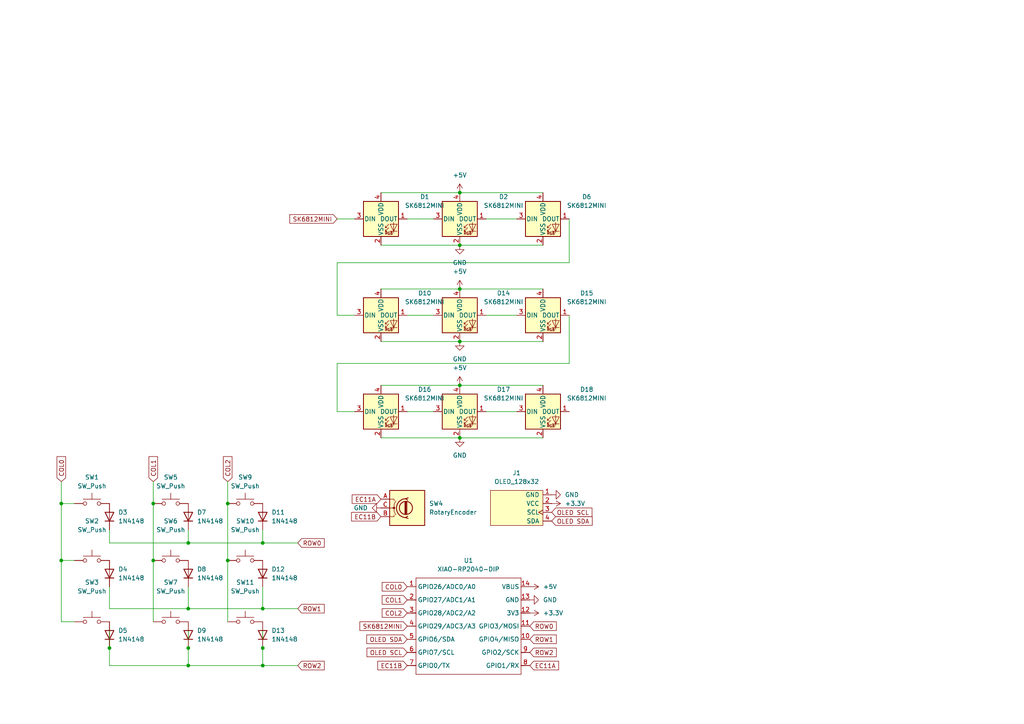
<source format=kicad_sch>
(kicad_sch (version 20250114) (generator "eeschema") (generator_version "9.0")
  (paper "A4")
  (lib_symbols
    (symbol "Device:RotaryEncoder" (pin_names (offset 0.254) (hide yes))
      (property "Reference" "SW" (at 0 6.604 0))
      (property "Value" "RotaryEncoder" (at 0 -6.604 0))
      (symbol "RotaryEncoder_0_1"
        (rectangle (start -5.08 5.08) (end 5.08 -5.08) (stroke (width 0.254)) (fill (type background)))
        (polyline (pts (xy -5.08 2.54) (xy -3.81 2.54) (xy -3.81 2.032)))
        (polyline (pts (xy -5.08 0) (xy -3.81 0) (xy -3.81 -1.016) (xy -3.302 -2.032)))
        (polyline (pts (xy -5.08 -2.54) (xy -3.81 -2.54) (xy -3.81 -2.032)))
        (polyline (pts (xy -4.318 0) (xy -3.81 0) (xy -3.81 1.016) (xy -3.302 2.032)))
        (circle (center -3.81 0) (radius 0.254) (fill (type outline)))
        (polyline (pts (xy -0.635 -1.778) (xy -0.635 1.778)) (stroke (width 0.254)))
        (circle (center -0.381 0) (radius 1.905) (stroke (width 0.254)))
        (polyline (pts (xy -0.381 -1.778) (xy -0.381 1.778)) (stroke (width 0.254)))
        (arc (start -0.381 -2.794) (mid -3.0988 -0.0635) (end -0.381 2.667) (stroke (width 0.254)))
        (polyline (pts (xy -0.127 1.778) (xy -0.127 -1.778)) (stroke (width 0.254)))
        (polyline (pts (xy 0.254 2.921) (xy -0.508 2.667) (xy 0.127 2.286)) (stroke (width 0.254)))
        (polyline (pts (xy 0.254 -3.048) (xy -0.508 -2.794) (xy 0.127 -2.413)) (stroke (width 0.254)))
      )
      (symbol "RotaryEncoder_1_1"
        (pin passive line (at -7.62 2.54 0) (length 2.54) (name "A") (number "A"))
        (pin passive line (at -7.62 0 0) (length 2.54) (name "C") (number "C"))
        (pin passive line (at -7.62 -2.54 0) (length 2.54) (name "B") (number "B"))
      )
    )
    (symbol "Diode:1N4148" (pin_numbers (hide yes)) (pin_names (hide yes))
      (property "Reference" "D" (at 0 2.54 0))
      (property "Value" "1N4148" (at 0 -2.54 0))
      (symbol "1N4148_0_1"
        (polyline (pts (xy -1.27 1.27) (xy -1.27 -1.27)) (stroke (width 0.254)))
        (polyline (pts (xy 1.27 1.27) (xy 1.27 -1.27) (xy -1.27 0) (xy 1.27 1.27)) (stroke (width 0.254)))
        (polyline (pts (xy 1.27 0) (xy -1.27 0)))
      )
      (symbol "1N4148_1_1"
        (pin passive line (at -3.81 0 0) (length 2.54) (name "K") (number "1"))
        (pin passive line (at 3.81 0 180) (length 2.54) (name "A") (number "2"))
      )
    )
    (symbol "LED:SK6812MINI" (pin_names (offset 0.254))
      (property "Reference" "D" (at 5.08 5.715 0))
      (property "Value" "SK6812MINI" (at 1.27 -5.715 0))
      (symbol "SK6812MINI_0_0"
        (text "RGB" (at 2.286 -4.191 0) (effects (font (size 0.762 0.762))))
      )
      (symbol "SK6812MINI_0_1"
        (polyline (pts (xy 1.27 -2.54) (xy 1.778 -2.54)))
        (polyline (pts (xy 1.27 -3.556) (xy 1.778 -3.556)))
        (polyline (pts (xy 2.286 -1.524) (xy 1.27 -2.54) (xy 1.27 -2.032)))
        (polyline (pts (xy 2.286 -2.54) (xy 1.27 -3.556) (xy 1.27 -3.048)))
        (polyline (pts (xy 3.683 -1.016) (xy 3.683 -3.556) (xy 3.683 -4.064)))
        (polyline (pts (xy 4.699 -1.524) (xy 2.667 -1.524) (xy 3.683 -3.556) (xy 4.699 -1.524)))
        (polyline (pts (xy 4.699 -3.556) (xy 2.667 -3.556)))
        (rectangle (start 5.08 5.08) (end -5.08 -5.08) (stroke (width 0.254)) (fill (type background)))
      )
      (symbol "SK6812MINI_1_1"
        (pin input line (at -7.62 0 0) (length 2.54) (name "DIN") (number "3"))
        (pin power_in line (at 0 7.62 270) (length 2.54) (name "VDD") (number "4"))
        (pin power_in line (at 0 -7.62 90) (length 2.54) (name "VSS") (number "2"))
        (pin output line (at 7.62 0 180) (length 2.54) (name "DOUT") (number "1"))
      )
    )
    (symbol "OPL:XIAO-RP2040-DIP"
      (property "Reference" "U" (at 0 0 0))
      (property "Value" "XIAO-RP2040-DIP" (at 5.334 -1.778 0))
      (symbol "XIAO-RP2040-DIP_1_0"
        (polyline (pts (xy -1.27 -2.54) (xy 29.21 -2.54)) (stroke (width 0.1524)))
        (polyline (pts (xy -1.27 -5.08) (xy -2.54 -5.08)) (stroke (width 0.1524)))
        (polyline (pts (xy -1.27 -5.08) (xy -1.27 -2.54)) (stroke (width 0.1524)))
        (polyline (pts (xy -1.27 -8.89) (xy -2.54 -8.89)) (stroke (width 0.1524)))
        (polyline (pts (xy -1.27 -8.89) (xy -1.27 -5.08)) (stroke (width 0.1524)))
        (polyline (pts (xy -1.27 -12.7) (xy -2.54 -12.7)) (stroke (width 0.1524)))
        (polyline (pts (xy -1.27 -12.7) (xy -1.27 -8.89)) (stroke (width 0.1524)))
        (polyline (pts (xy -1.27 -16.51) (xy -2.54 -16.51)) (stroke (width 0.1524)))
        (polyline (pts (xy -1.27 -16.51) (xy -1.27 -12.7)) (stroke (width 0.1524)))
        (polyline (pts (xy -1.27 -20.32) (xy -2.54 -20.32)) (stroke (width 0.1524)))
        (polyline (pts (xy -1.27 -24.13) (xy -2.54 -24.13)) (stroke (width 0.1524)))
        (polyline (pts (xy -1.27 -27.94) (xy -2.54 -27.94)) (stroke (width 0.1524)))
        (polyline (pts (xy -1.27 -30.48) (xy -1.27 -16.51)) (stroke (width 0.1524)))
        (polyline (pts (xy 29.21 -2.54) (xy 29.21 -5.08)) (stroke (width 0.1524)))
        (polyline (pts (xy 29.21 -5.08) (xy 29.21 -8.89)) (stroke (width 0.1524)))
        (polyline (pts (xy 29.21 -8.89) (xy 29.21 -12.7)) (stroke (width 0.1524)))
        (polyline (pts (xy 29.21 -12.7) (xy 29.21 -30.48)) (stroke (width 0.1524)))
        (polyline (pts (xy 29.21 -30.48) (xy -1.27 -30.48)) (stroke (width 0.1524)))
        (polyline (pts (xy 30.48 -5.08) (xy 29.21 -5.08)) (stroke (width 0.1524)))
        (polyline (pts (xy 30.48 -8.89) (xy 29.21 -8.89)) (stroke (width 0.1524)))
        (polyline (pts (xy 30.48 -12.7) (xy 29.21 -12.7)) (stroke (width 0.1524)))
        (polyline (pts (xy 30.48 -16.51) (xy 29.21 -16.51)) (stroke (width 0.1524)))
        (polyline (pts (xy 30.48 -20.32) (xy 29.21 -20.32)) (stroke (width 0.1524)))
        (polyline (pts (xy 30.48 -24.13) (xy 29.21 -24.13)) (stroke (width 0.1524)))
        (polyline (pts (xy 30.48 -27.94) (xy 29.21 -27.94)) (stroke (width 0.1524)))
        (pin passive line (at -3.81 -5.08 0) (length 2.54) (name "GPIO26/ADC0/A0") (number "1"))
        (pin passive line (at -3.81 -8.89 0) (length 2.54) (name "GPIO27/ADC1/A1") (number "2"))
        (pin passive line (at -3.81 -12.7 0) (length 2.54) (name "GPIO28/ADC2/A2") (number "3"))
        (pin passive line (at -3.81 -16.51 0) (length 2.54) (name "GPIO29/ADC3/A3") (number "4"))
        (pin passive line (at -3.81 -20.32 0) (length 2.54) (name "GPIO6/SDA") (number "5"))
        (pin passive line (at -3.81 -24.13 0) (length 2.54) (name "GPIO7/SCL") (number "6"))
        (pin passive line (at -3.81 -27.94 0) (length 2.54) (name "GPIO0/TX") (number "7"))
        (pin passive line (at 31.75 -5.08 180) (length 2.54) (name "VBUS") (number "14"))
        (pin passive line (at 31.75 -8.89 180) (length 2.54) (name "GND") (number "13"))
        (pin passive line (at 31.75 -12.7 180) (length 2.54) (name "3V3") (number "12"))
        (pin passive line (at 31.75 -16.51 180) (length 2.54) (name "GPIO3/MOSI") (number "11"))
        (pin passive line (at 31.75 -20.32 180) (length 2.54) (name "GPIO4/MISO") (number "10"))
        (pin passive line (at 31.75 -24.13 180) (length 2.54) (name "GPIO2/SCK") (number "9"))
        (pin passive line (at 31.75 -27.94 180) (length 2.54) (name "GPIO1/RX") (number "8"))
      )
    )
    (symbol "ScottKeebs:OLED_128x32" (pin_names (offset 1.016))
      (property "Reference" "J" (at 0 -6.35 0))
      (property "Value" "OLED_128x32" (at 0 6.35 0))
      (symbol "OLED_128x32_0_1"
        (rectangle (start 0 5.08) (end 15.24 -5.08) (fill (type background)))
      )
      (symbol "OLED_128x32_1_1"
        (pin bidirectional line (at -2.54 3.81 0) (length 2.54) (name "SDA") (number "4"))
        (pin input clock (at -2.54 1.27 0) (length 2.54) (name "SCL") (number "3"))
        (pin power_in line (at -2.54 -1.27 0) (length 2.54) (name "VCC") (number "2"))
        (pin power_in line (at -2.54 -3.81 0) (length 2.54) (name "GND") (number "1"))
      )
    )
    (symbol "Switch:SW_Push" (pin_numbers (hide yes)) (pin_names (offset 1.016) (hide yes))
      (property "Reference" "SW" (at 1.27 2.54 0))
      (property "Value" "SW_Push" (at 0 -1.524 0))
      (symbol "SW_Push_0_1"
        (circle (center -2.032 0) (radius 0.508))
        (polyline (pts (xy 0 1.27) (xy 0 3.048)))
        (circle (center 2.032 0) (radius 0.508))
        (polyline (pts (xy 2.54 1.27) (xy -2.54 1.27)))
        (pin passive line (at -5.08 0 0) (length 2.54) (name "1") (number "1"))
        (pin passive line (at 5.08 0 180) (length 2.54) (name "2") (number "2"))
      )
    )
    (symbol "power:+3.3V" (power) (pin_numbers (hide yes)) (pin_names (offset 0) (hide yes))
      (property "Value" "+3.3V" (at 0 3.556 0))
      (symbol "+3.3V_0_1"
        (polyline (pts (xy -0.762 1.27) (xy 0 2.54)))
        (polyline (pts (xy 0 2.54) (xy 0.762 1.27)))
        (polyline (pts (xy 0 0) (xy 0 2.54)))
      )
      (symbol "+3.3V_1_1"
        (pin power_in line (at 0 0 90) (length 0) (name "~") (number "1"))
      )
    )
    (symbol "power:+5V" (power) (pin_numbers (hide yes)) (pin_names (offset 0) (hide yes))
      (property "Value" "+5V" (at 0 3.556 0))
      (symbol "+5V_0_1"
        (polyline (pts (xy -0.762 1.27) (xy 0 2.54)))
        (polyline (pts (xy 0 2.54) (xy 0.762 1.27)))
        (polyline (pts (xy 0 0) (xy 0 2.54)))
      )
      (symbol "+5V_1_1"
        (pin power_in line (at 0 0 90) (length 0) (name "~") (number "1"))
      )
    )
    (symbol "power:GND" (power) (pin_numbers (hide yes)) (pin_names (offset 0) (hide yes))
      (property "Value" "GND" (at 0 -3.81 0))
      (symbol "GND_0_1"
        (polyline (pts (xy 0 0) (xy 0 -1.27) (xy 1.27 -1.27) (xy 0 -2.54) (xy -1.27 -1.27) (xy 0 -1.27)))
      )
      (symbol "GND_1_1"
        (pin power_in line (at 0 0 270) (length 0) (name "~") (number "1"))
      )
    )
  )
  (junction (at 17.78 162.56))
  (junction (at 76.2 193.04))
  (junction (at 133.35 83.82))
  (junction (at 66.04 146.05))
  (junction (at 31.75 187.96))
  (junction (at 76.2 187.96))
  (junction (at 54.61 187.96))
  (junction (at 133.35 71.12))
  (junction (at 76.2 157.48))
  (junction (at 54.61 157.48))
  (junction (at 54.61 193.04))
  (junction (at 17.78 146.05))
  (junction (at 54.61 176.53))
  (junction (at 133.35 111.76))
  (junction (at 66.04 162.56))
  (junction (at 76.2 176.53))
  (junction (at 44.45 162.56))
  (junction (at 133.35 99.06))
  (junction (at 44.45 146.05))
  (junction (at 133.35 127))
  (junction (at 133.35 55.88))
  (wire (pts (xy 118.11 119.38) (xy 125.73 119.38)))
  (wire (pts (xy 133.35 111.76) (xy 157.48 111.76)))
  (wire (pts (xy 76.2 157.48) (xy 86.36 157.48)))
  (wire (pts (xy 97.79 63.5) (xy 102.87 63.5)))
  (wire (pts (xy 76.2 170.18) (xy 76.2 176.53)))
  (wire (pts (xy 149.86 91.44) (xy 140.97 91.44)))
  (wire (pts (xy 76.2 182.88) (xy 76.2 187.96)))
  (wire (pts (xy 54.61 170.18) (xy 54.61 176.53)))
  (wire (pts (xy 17.78 146.05) (xy 21.59 146.05)))
  (wire (pts (xy 118.11 91.44) (xy 125.73 91.44)))
  (wire (pts (xy 66.04 146.05) (xy 66.04 162.56)))
  (wire (pts (xy 165.1 76.2) (xy 97.79 76.2)))
  (wire (pts (xy 44.45 162.56) (xy 44.45 180.34)))
  (wire (pts (xy 165.1 105.41) (xy 97.79 105.41)))
  (wire (pts (xy 31.75 187.96) (xy 31.75 193.04)))
  (wire (pts (xy 31.75 193.04) (xy 54.61 193.04)))
  (wire (pts (xy 133.35 127) (xy 157.48 127)))
  (wire (pts (xy 31.75 182.88) (xy 31.75 187.96)))
  (wire (pts (xy 54.61 153.67) (xy 54.61 157.48)))
  (wire (pts (xy 110.49 55.88) (xy 133.35 55.88)))
  (wire (pts (xy 54.61 157.48) (xy 76.2 157.48)))
  (wire (pts (xy 31.75 176.53) (xy 54.61 176.53)))
  (wire (pts (xy 110.49 111.76) (xy 133.35 111.76)))
  (wire (pts (xy 97.79 91.44) (xy 102.87 91.44)))
  (wire (pts (xy 97.79 119.38) (xy 102.87 119.38)))
  (wire (pts (xy 54.61 193.04) (xy 76.2 193.04)))
  (wire (pts (xy 17.78 162.56) (xy 17.78 180.34)))
  (wire (pts (xy 118.11 63.5) (xy 125.73 63.5)))
  (wire (pts (xy 97.79 105.41) (xy 97.79 119.38)))
  (wire (pts (xy 44.45 139.7) (xy 44.45 146.05)))
  (wire (pts (xy 149.86 63.5) (xy 140.97 63.5)))
  (wire (pts (xy 110.49 83.82) (xy 133.35 83.82)))
  (wire (pts (xy 17.78 146.05) (xy 17.78 162.56)))
  (wire (pts (xy 54.61 182.88) (xy 54.61 187.96)))
  (wire (pts (xy 76.2 187.96) (xy 76.2 193.04)))
  (wire (pts (xy 17.78 162.56) (xy 21.59 162.56)))
  (wire (pts (xy 149.86 119.38) (xy 140.97 119.38)))
  (wire (pts (xy 17.78 180.34) (xy 21.59 180.34)))
  (wire (pts (xy 110.49 127) (xy 133.35 127)))
  (wire (pts (xy 44.45 146.05) (xy 44.45 162.56)))
  (wire (pts (xy 66.04 139.7) (xy 66.04 146.05)))
  (wire (pts (xy 31.75 170.18) (xy 31.75 176.53)))
  (wire (pts (xy 76.2 193.04) (xy 86.36 193.04)))
  (wire (pts (xy 165.1 63.5) (xy 165.1 76.2)))
  (wire (pts (xy 31.75 153.67) (xy 31.75 157.48)))
  (wire (pts (xy 76.2 176.53) (xy 86.36 176.53)))
  (wire (pts (xy 133.35 83.82) (xy 157.48 83.82)))
  (wire (pts (xy 110.49 99.06) (xy 133.35 99.06)))
  (wire (pts (xy 66.04 162.56) (xy 66.04 180.34)))
  (wire (pts (xy 133.35 55.88) (xy 157.48 55.88)))
  (wire (pts (xy 110.49 71.12) (xy 133.35 71.12)))
  (wire (pts (xy 133.35 99.06) (xy 157.48 99.06)))
  (wire (pts (xy 97.79 76.2) (xy 97.79 91.44)))
  (wire (pts (xy 165.1 91.44) (xy 165.1 105.41)))
  (wire (pts (xy 31.75 157.48) (xy 54.61 157.48)))
  (wire (pts (xy 54.61 176.53) (xy 76.2 176.53)))
  (wire (pts (xy 17.78 139.7) (xy 17.78 146.05)))
  (wire (pts (xy 54.61 187.96) (xy 54.61 193.04)))
  (wire (pts (xy 76.2 153.67) (xy 76.2 157.48)))
  (wire (pts (xy 133.35 71.12) (xy 157.48 71.12)))
  (global_label "ROW2" (shape input) (at 86.36 193.04 0) (property "Intersheetrefs" "${INTERSHEET_REFS}" (effects (hide yes))))
  (global_label "COL2" (shape input) (at 118.11 177.8 180) (property "Intersheetrefs" "${INTERSHEET_REFS}" (effects (hide yes))))
  (global_label "ROW1" (shape input) (at 86.36 176.53 0) (property "Intersheetrefs" "${INTERSHEET_REFS}" (effects (hide yes))))
  (global_label "COL0" (shape input) (at 17.78 139.7 90) (property "Intersheetrefs" "${INTERSHEET_REFS}" (effects (hide yes))))
  (global_label "OLED SCL" (shape input) (at 118.11 189.23 180) (property "Intersheetrefs" "${INTERSHEET_REFS}" (effects (hide yes))))
  (global_label "COL2" (shape input) (at 66.04 139.7 90) (property "Intersheetrefs" "${INTERSHEET_REFS}" (effects (hide yes))))
  (global_label "SK6812MINI" (shape input) (at 118.11 181.61 180) (property "Intersheetrefs" "${INTERSHEET_REFS}" (effects (hide yes))))
  (global_label "COL0" (shape input) (at 118.11 170.18 180) (property "Intersheetrefs" "${INTERSHEET_REFS}" (effects (hide yes))))
  (global_label "ROW0" (shape input) (at 86.36 157.48 0) (property "Intersheetrefs" "${INTERSHEET_REFS}" (effects (hide yes))))
  (global_label "EC11B" (shape input) (at 118.11 193.04 180) (property "Intersheetrefs" "${INTERSHEET_REFS}" (effects (hide yes))))
  (global_label "ROW2" (shape input) (at 153.67 189.23 0) (property "Intersheetrefs" "${INTERSHEET_REFS}" (effects (hide yes))))
  (global_label "EC11A" (shape input) (at 153.67 193.04 0) (property "Intersheetrefs" "${INTERSHEET_REFS}" (effects (hide yes))))
  (global_label "OLED SDA" (shape input) (at 118.11 185.42 180) (property "Intersheetrefs" "${INTERSHEET_REFS}" (effects (hide yes))))
  (global_label "COL1" (shape input) (at 118.11 173.99 180) (property "Intersheetrefs" "${INTERSHEET_REFS}" (effects (hide yes))))
  (global_label "SK6812MINI" (shape input) (at 97.79 63.5 180) (property "Intersheetrefs" "${INTERSHEET_REFS}" (effects (hide yes))))
  (global_label "EC11B" (shape input) (at 110.49 149.86 180) (property "Intersheetrefs" "${INTERSHEET_REFS}" (effects (hide yes))))
  (global_label "EC11A" (shape input) (at 110.49 144.78 180) (property "Intersheetrefs" "${INTERSHEET_REFS}" (effects (hide yes))))
  (global_label "OLED SCL" (shape input) (at 160.02 148.59 0) (property "Intersheetrefs" "${INTERSHEET_REFS}" (effects (hide yes))))
  (global_label "OLED SDA" (shape input) (at 160.02 151.13 0) (property "Intersheetrefs" "${INTERSHEET_REFS}" (effects (hide yes))))
  (global_label "ROW1" (shape input) (at 153.67 185.42 0) (property "Intersheetrefs" "${INTERSHEET_REFS}" (effects (hide yes))))
  (global_label "COL1" (shape input) (at 44.45 139.7 90) (property "Intersheetrefs" "${INTERSHEET_REFS}" (effects (hide yes))))
  (global_label "ROW0" (shape input) (at 153.67 181.61 0) (property "Intersheetrefs" "${INTERSHEET_REFS}" (effects (hide yes))))
  (symbol (lib_id "Diode:1N4148") (at 76.2 166.37 90) (unit 1)
    (property "Reference" "D12" (at 78.74 165.0999 90) (effects (justify right)))
    (property "Value" "1N4148" (at 78.74 167.6399 90) (effects (justify right)))
    (property "Footprint" "Diode_THT:D_DO-35_SOD27_P7.62mm_Horizontal" (effects (hide yes)))
    (property "Datasheet" "https://assets.nexperia.com/documents/data-sheet/1N4148_1N4448.pdf" (effects (hide yes)))
    (property "Description" "100V 0.15A standard switching diode, DO-35" (effects (hide yes)))
    (property "Sim.Device" "D" (effects (hide yes)))
    (property "Sim.Pins" "1=K 2=A" (effects (hide yes)))
  )
  (symbol (lib_id "power:GND") (at 153.67 173.99 90) (unit 1)
    (property "Reference" "#PWR01" (effects (hide yes)))
    (property "Value" "GND" (at 157.48 173.9899 90) (effects (justify right)))
    (property "Description" "Power symbol creates a global label with name \"GND\" , ground" (effects (hide yes)))
  )
  (symbol (lib_id "LED:SK6812MINI") (at 157.48 119.38 0) (unit 1)
    (property "Reference" "D18" (at 170.18 112.9598 0))
    (property "Value" "SK6812MINI" (at 170.18 115.4998 0))
    (property "Footprint" "LED_SMD:LED_SK6812MINI_PLCC4_3.5x3.5mm_P1.75mm" (effects (hide yes)))
    (property "Datasheet" "https://cdn-shop.adafruit.com/product-files/2686/SK6812MINI_REV.01-1-2.pdf" (effects (hide yes)))
    (property "Description" "RGB LED with integrated controller" (effects (hide yes)))
  )
  (symbol (lib_id "power:+5V") (at 133.35 55.88 0) (unit 1)
    (property "Reference" "#PWR05" (effects (hide yes)))
    (property "Value" "+5V" (at 133.35 50.8 0))
    (property "Description" "Power symbol creates a global label with name \"+5V\"" (effects (hide yes)))
  )
  (symbol (lib_id "LED:SK6812MINI") (at 110.49 91.44 0) (unit 1)
    (property "Reference" "D10" (at 123.19 85.0198 0))
    (property "Value" "SK6812MINI" (at 123.19 87.5598 0))
    (property "Footprint" "LED_SMD:LED_SK6812MINI_PLCC4_3.5x3.5mm_P1.75mm" (effects (hide yes)))
    (property "Datasheet" "https://cdn-shop.adafruit.com/product-files/2686/SK6812MINI_REV.01-1-2.pdf" (effects (hide yes)))
    (property "Description" "RGB LED with integrated controller" (effects (hide yes)))
  )
  (symbol (lib_id "Diode:1N4148") (at 31.75 184.15 90) (unit 1)
    (property "Reference" "D5" (at 34.29 182.8799 90) (effects (justify right)))
    (property "Value" "1N4148" (at 34.29 185.4199 90) (effects (justify right)))
    (property "Footprint" "Diode_THT:D_DO-35_SOD27_P7.62mm_Horizontal" (effects (hide yes)))
    (property "Datasheet" "https://assets.nexperia.com/documents/data-sheet/1N4148_1N4448.pdf" (effects (hide yes)))
    (property "Description" "100V 0.15A standard switching diode, DO-35" (effects (hide yes)))
    (property "Sim.Device" "D" (effects (hide yes)))
    (property "Sim.Pins" "1=K 2=A" (effects (hide yes)))
  )
  (symbol (lib_id "ScottKeebs:OLED_128x32") (at 157.48 147.32 180) (unit 1)
    (property "Reference" "J1" (at 149.86 137.16 0))
    (property "Value" "OLED_128x32" (at 149.86 139.7 0))
    (property "Footprint" "OLED:SSD1306-0.91-OLED-4pin-128x32" (effects (hide yes)))
  )
  (symbol (lib_id "power:+3.3V") (at 160.02 146.05 270) (unit 1)
    (property "Reference" "#PWR010" (effects (hide yes)))
    (property "Value" "+3.3V" (at 163.83 146.0499 90) (effects (justify left)))
    (property "Description" "Power symbol creates a global label with name \"+3.3V\"" (effects (hide yes)))
  )
  (symbol (lib_id "power:GND") (at 110.49 147.32 270) (unit 1)
    (property "Reference" "#PWR03" (effects (hide yes)))
    (property "Value" "GND" (at 106.68 147.3199 90) (effects (justify right)))
    (property "Description" "Power symbol creates a global label with name \"GND\" , ground" (effects (hide yes)))
  )
  (symbol (lib_id "power:+3.3V") (at 153.67 177.8 270) (unit 1)
    (property "Reference" "#PWR012" (effects (hide yes)))
    (property "Value" "+3.3V" (at 157.48 177.7999 90) (effects (justify left)))
    (property "Description" "Power symbol creates a global label with name \"+3.3V\"" (effects (hide yes)))
  )
  (symbol (lib_id "Diode:1N4148") (at 31.75 166.37 90) (unit 1)
    (property "Reference" "D4" (at 34.29 165.0999 90) (effects (justify right)))
    (property "Value" "1N4148" (at 34.29 167.6399 90) (effects (justify right)))
    (property "Footprint" "Diode_THT:D_DO-35_SOD27_P7.62mm_Horizontal" (effects (hide yes)))
    (property "Datasheet" "https://assets.nexperia.com/documents/data-sheet/1N4148_1N4448.pdf" (effects (hide yes)))
    (property "Description" "100V 0.15A standard switching diode, DO-35" (effects (hide yes)))
    (property "Sim.Device" "D" (effects (hide yes)))
    (property "Sim.Pins" "1=K 2=A" (effects (hide yes)))
  )
  (symbol (lib_id "power:+5V") (at 153.67 170.18 270) (unit 1)
    (property "Reference" "#PWR02" (effects (hide yes)))
    (property "Value" "+5V" (at 157.48 170.1799 90) (effects (justify left)))
    (property "Description" "Power symbol creates a global label with name \"+5V\"" (effects (hide yes)))
  )
  (symbol (lib_id "LED:SK6812MINI") (at 133.35 119.38 0) (unit 1)
    (property "Reference" "D17" (at 146.05 112.9598 0))
    (property "Value" "SK6812MINI" (at 146.05 115.4998 0))
    (property "Footprint" "LED_SMD:LED_SK6812MINI_PLCC4_3.5x3.5mm_P1.75mm" (effects (hide yes)))
    (property "Datasheet" "https://cdn-shop.adafruit.com/product-files/2686/SK6812MINI_REV.01-1-2.pdf" (effects (hide yes)))
    (property "Description" "RGB LED with integrated controller" (effects (hide yes)))
  )
  (symbol (lib_id "LED:SK6812MINI") (at 133.35 91.44 0) (unit 1)
    (property "Reference" "D14" (at 146.05 85.0198 0))
    (property "Value" "SK6812MINI" (at 146.05 87.5598 0))
    (property "Footprint" "LED_SMD:LED_SK6812MINI_PLCC4_3.5x3.5mm_P1.75mm" (effects (hide yes)))
    (property "Datasheet" "https://cdn-shop.adafruit.com/product-files/2686/SK6812MINI_REV.01-1-2.pdf" (effects (hide yes)))
    (property "Description" "RGB LED with integrated controller" (effects (hide yes)))
  )
  (symbol (lib_id "power:GND") (at 133.35 99.06 0) (unit 1)
    (property "Reference" "#PWR07" (effects (hide yes)))
    (property "Value" "GND" (at 133.35 104.14 0))
    (property "Description" "Power symbol creates a global label with name \"GND\" , ground" (effects (hide yes)))
  )
  (symbol (lib_id "Diode:1N4148") (at 54.61 149.86 90) (unit 1)
    (property "Reference" "D7" (at 57.15 148.5899 90) (effects (justify right)))
    (property "Value" "1N4148" (at 57.15 151.1299 90) (effects (justify right)))
    (property "Footprint" "Diode_THT:D_DO-35_SOD27_P7.62mm_Horizontal" (effects (hide yes)))
    (property "Datasheet" "https://assets.nexperia.com/documents/data-sheet/1N4148_1N4448.pdf" (effects (hide yes)))
    (property "Description" "100V 0.15A standard switching diode, DO-35" (effects (hide yes)))
    (property "Sim.Device" "D" (effects (hide yes)))
    (property "Sim.Pins" "1=K 2=A" (effects (hide yes)))
  )
  (symbol (lib_id "LED:SK6812MINI") (at 157.48 63.5 0) (unit 1)
    (property "Reference" "D6" (at 170.18 57.0798 0))
    (property "Value" "SK6812MINI" (at 170.18 59.6198 0))
    (property "Footprint" "LED_SMD:LED_SK6812MINI_PLCC4_3.5x3.5mm_P1.75mm" (effects (hide yes)))
    (property "Datasheet" "https://cdn-shop.adafruit.com/product-files/2686/SK6812MINI_REV.01-1-2.pdf" (effects (hide yes)))
    (property "Description" "RGB LED with integrated controller" (effects (hide yes)))
  )
  (symbol (lib_id "Diode:1N4148") (at 54.61 184.15 90) (unit 1)
    (property "Reference" "D9" (at 57.15 182.8799 90) (effects (justify right)))
    (property "Value" "1N4148" (at 57.15 185.4199 90) (effects (justify right)))
    (property "Footprint" "Diode_THT:D_DO-35_SOD27_P7.62mm_Horizontal" (effects (hide yes)))
    (property "Datasheet" "https://assets.nexperia.com/documents/data-sheet/1N4148_1N4448.pdf" (effects (hide yes)))
    (property "Description" "100V 0.15A standard switching diode, DO-35" (effects (hide yes)))
    (property "Sim.Device" "D" (effects (hide yes)))
    (property "Sim.Pins" "1=K 2=A" (effects (hide yes)))
  )
  (symbol (lib_id "power:GND") (at 133.35 71.12 0) (unit 1)
    (property "Reference" "#PWR04" (effects (hide yes)))
    (property "Value" "GND" (at 133.35 76.2 0))
    (property "Description" "Power symbol creates a global label with name \"GND\" , ground" (effects (hide yes)))
  )
  (symbol (lib_id "Diode:1N4148") (at 31.75 149.86 90) (unit 1)
    (property "Reference" "D3" (at 34.29 148.5899 90) (effects (justify right)))
    (property "Value" "1N4148" (at 34.29 151.1299 90) (effects (justify right)))
    (property "Footprint" "Diode_THT:D_DO-35_SOD27_P7.62mm_Horizontal" (effects (hide yes)))
    (property "Datasheet" "https://assets.nexperia.com/documents/data-sheet/1N4148_1N4448.pdf" (effects (hide yes)))
    (property "Description" "100V 0.15A standard switching diode, DO-35" (effects (hide yes)))
    (property "Sim.Device" "D" (effects (hide yes)))
    (property "Sim.Pins" "1=K 2=A" (effects (hide yes)))
  )
  (symbol (lib_id "OPL:XIAO-RP2040-DIP") (at 121.92 165.1 0) (unit 1)
    (property "Reference" "U1" (at 135.89 162.56 0))
    (property "Value" "XIAO-RP2040-DIP" (at 135.89 165.1 0))
    (property "Footprint" "OPL:XIAO-RP2040-DIP" (effects (hide yes)))
  )
  (symbol (lib_id "Switch:SW_Push") (at 71.12 146.05 0) (unit 1)
    (property "Reference" "SW9" (at 71.12 138.43 0))
    (property "Value" "SW_Push" (at 71.12 140.97 0))
    (property "Footprint" "Button_Switch_Keyboard:SW_Cherry_MX_1.00u_PCB" (effects (hide yes)))
    (property "Description" "Push button switch, generic, two pins" (effects (hide yes)))
  )
  (symbol (lib_id "Switch:SW_Push") (at 49.53 146.05 0) (unit 1)
    (property "Reference" "SW5" (at 49.53 138.43 0))
    (property "Value" "SW_Push" (at 49.53 140.97 0))
    (property "Footprint" "Button_Switch_Keyboard:SW_Cherry_MX_1.00u_PCB" (effects (hide yes)))
    (property "Description" "Push button switch, generic, two pins" (effects (hide yes)))
  )
  (symbol (lib_id "Switch:SW_Push") (at 49.53 180.34 0) (unit 1)
    (property "Reference" "SW7" (at 49.53 168.91 0))
    (property "Value" "SW_Push" (at 49.53 171.45 0))
    (property "Footprint" "Button_Switch_Keyboard:SW_Cherry_MX_1.00u_PCB" (effects (hide yes)))
    (property "Description" "Push button switch, generic, two pins" (effects (hide yes)))
  )
  (symbol (lib_id "Switch:SW_Push") (at 49.53 162.56 0) (unit 1)
    (property "Reference" "SW6" (at 49.53 151.13 0))
    (property "Value" "SW_Push" (at 49.53 153.67 0))
    (property "Footprint" "Button_Switch_Keyboard:SW_Cherry_MX_1.00u_PCB" (effects (hide yes)))
    (property "Description" "Push button switch, generic, two pins" (effects (hide yes)))
  )
  (symbol (lib_id "Switch:SW_Push") (at 26.67 162.56 0) (unit 1)
    (property "Reference" "SW2" (at 26.67 151.13 0))
    (property "Value" "SW_Push" (at 26.67 153.67 0))
    (property "Footprint" "Button_Switch_Keyboard:SW_Cherry_MX_1.00u_PCB" (effects (hide yes)))
    (property "Description" "Push button switch, generic, two pins" (effects (hide yes)))
  )
  (symbol (lib_id "power:+5V") (at 133.35 111.76 0) (unit 1)
    (property "Reference" "#PWR08" (effects (hide yes)))
    (property "Value" "+5V" (at 133.35 106.68 0))
    (property "Description" "Power symbol creates a global label with name \"+5V\"" (effects (hide yes)))
  )
  (symbol (lib_id "LED:SK6812MINI") (at 110.49 63.5 0) (unit 1)
    (property "Reference" "D1" (at 123.19 57.0798 0))
    (property "Value" "SK6812MINI" (at 123.19 59.6198 0))
    (property "Footprint" "LED_SMD:LED_SK6812MINI_PLCC4_3.5x3.5mm_P1.75mm" (effects (hide yes)))
    (property "Datasheet" "https://cdn-shop.adafruit.com/product-files/2686/SK6812MINI_REV.01-1-2.pdf" (effects (hide yes)))
    (property "Description" "RGB LED with integrated controller" (effects (hide yes)))
  )
  (symbol (lib_id "Diode:1N4148") (at 54.61 166.37 90) (unit 1)
    (property "Reference" "D8" (at 57.15 165.0999 90) (effects (justify right)))
    (property "Value" "1N4148" (at 57.15 167.6399 90) (effects (justify right)))
    (property "Footprint" "Diode_THT:D_DO-35_SOD27_P7.62mm_Horizontal" (effects (hide yes)))
    (property "Datasheet" "https://assets.nexperia.com/documents/data-sheet/1N4148_1N4448.pdf" (effects (hide yes)))
    (property "Description" "100V 0.15A standard switching diode, DO-35" (effects (hide yes)))
    (property "Sim.Device" "D" (effects (hide yes)))
    (property "Sim.Pins" "1=K 2=A" (effects (hide yes)))
  )
  (symbol (lib_id "Switch:SW_Push") (at 71.12 180.34 0) (unit 1)
    (property "Reference" "SW11" (at 71.12 168.91 0))
    (property "Value" "SW_Push" (at 71.12 171.45 0))
    (property "Footprint" "Button_Switch_Keyboard:SW_Cherry_MX_1.00u_PCB" (effects (hide yes)))
    (property "Description" "Push button switch, generic, two pins" (effects (hide yes)))
  )
  (symbol (lib_id "LED:SK6812MINI") (at 157.48 91.44 0) (unit 1)
    (property "Reference" "D15" (at 170.18 85.0198 0))
    (property "Value" "SK6812MINI" (at 170.18 87.5598 0))
    (property "Footprint" "LED_SMD:LED_SK6812MINI_PLCC4_3.5x3.5mm_P1.75mm" (effects (hide yes)))
    (property "Datasheet" "https://cdn-shop.adafruit.com/product-files/2686/SK6812MINI_REV.01-1-2.pdf" (effects (hide yes)))
    (property "Description" "RGB LED with integrated controller" (effects (hide yes)))
  )
  (symbol (lib_id "Device:RotaryEncoder") (at 118.11 147.32 0) (unit 1)
    (property "Reference" "SW4" (at 124.46 146.0499 0) (effects (justify left)))
    (property "Value" "RotaryEncoder" (at 124.46 148.5899 0) (effects (justify left)))
    (property "Footprint" "Rotary_Encoder:RotaryEncoder_Alps_EC11E_Vertical_H20mm" (effects (hide yes)))
    (property "Description" "Rotary encoder, dual channel, incremental quadrate outputs" (effects (hide yes)))
  )
  (symbol (lib_id "Switch:SW_Push") (at 26.67 146.05 0) (unit 1)
    (property "Reference" "SW1" (at 26.67 138.43 0))
    (property "Value" "SW_Push" (at 26.67 140.97 0))
    (property "Footprint" "Button_Switch_Keyboard:SW_Cherry_MX_1.00u_PCB" (effects (hide yes)))
    (property "Description" "Push button switch, generic, two pins" (effects (hide yes)))
  )
  (symbol (lib_id "power:GND") (at 133.35 127 0) (unit 1)
    (property "Reference" "#PWR09" (effects (hide yes)))
    (property "Value" "GND" (at 133.35 132.08 0))
    (property "Description" "Power symbol creates a global label with name \"GND\" , ground" (effects (hide yes)))
  )
  (symbol (lib_id "LED:SK6812MINI") (at 110.49 119.38 0) (unit 1)
    (property "Reference" "D16" (at 123.19 112.9598 0))
    (property "Value" "SK6812MINI" (at 123.19 115.4998 0))
    (property "Footprint" "LED_SMD:LED_SK6812MINI_PLCC4_3.5x3.5mm_P1.75mm" (effects (hide yes)))
    (property "Datasheet" "https://cdn-shop.adafruit.com/product-files/2686/SK6812MINI_REV.01-1-2.pdf" (effects (hide yes)))
    (property "Description" "RGB LED with integrated controller" (effects (hide yes)))
  )
  (symbol (lib_id "Diode:1N4148") (at 76.2 184.15 90) (unit 1)
    (property "Reference" "D13" (at 78.74 182.8799 90) (effects (justify right)))
    (property "Value" "1N4148" (at 78.74 185.4199 90) (effects (justify right)))
    (property "Footprint" "Diode_THT:D_DO-35_SOD27_P7.62mm_Horizontal" (effects (hide yes)))
    (property "Datasheet" "https://assets.nexperia.com/documents/data-sheet/1N4148_1N4448.pdf" (effects (hide yes)))
    (property "Description" "100V 0.15A standard switching diode, DO-35" (effects (hide yes)))
    (property "Sim.Device" "D" (effects (hide yes)))
    (property "Sim.Pins" "1=K 2=A" (effects (hide yes)))
  )
  (symbol (lib_id "power:+5V") (at 133.35 83.82 0) (unit 1)
    (property "Reference" "#PWR06" (effects (hide yes)))
    (property "Value" "+5V" (at 133.35 78.74 0))
    (property "Description" "Power symbol creates a global label with name \"+5V\"" (effects (hide yes)))
  )
  (symbol (lib_id "Diode:1N4148") (at 76.2 149.86 90) (unit 1)
    (property "Reference" "D11" (at 78.74 148.5899 90) (effects (justify right)))
    (property "Value" "1N4148" (at 78.74 151.1299 90) (effects (justify right)))
    (property "Footprint" "Diode_THT:D_DO-35_SOD27_P7.62mm_Horizontal" (effects (hide yes)))
    (property "Datasheet" "https://assets.nexperia.com/documents/data-sheet/1N4148_1N4448.pdf" (effects (hide yes)))
    (property "Description" "100V 0.15A standard switching diode, DO-35" (effects (hide yes)))
    (property "Sim.Device" "D" (effects (hide yes)))
    (property "Sim.Pins" "1=K 2=A" (effects (hide yes)))
  )
  (symbol (lib_id "Switch:SW_Push") (at 71.12 162.56 0) (unit 1)
    (property "Reference" "SW10" (at 71.12 151.13 0))
    (property "Value" "SW_Push" (at 71.12 153.67 0))
    (property "Footprint" "Button_Switch_Keyboard:SW_Cherry_MX_1.00u_PCB" (effects (hide yes)))
    (property "Description" "Push button switch, generic, two pins" (effects (hide yes)))
  )
  (symbol (lib_id "power:GND") (at 160.02 143.51 90) (unit 1)
    (property "Reference" "#PWR011" (effects (hide yes)))
    (property "Value" "GND" (at 163.83 143.5099 90) (effects (justify right)))
    (property "Description" "Power symbol creates a global label with name \"GND\" , ground" (effects (hide yes)))
  )
  (symbol (lib_id "LED:SK6812MINI") (at 133.35 63.5 0) (unit 1)
    (property "Reference" "D2" (at 146.05 57.0798 0))
    (property "Value" "SK6812MINI" (at 146.05 59.6198 0))
    (property "Footprint" "LED_SMD:LED_SK6812MINI_PLCC4_3.5x3.5mm_P1.75mm" (effects (hide yes)))
    (property "Datasheet" "https://cdn-shop.adafruit.com/product-files/2686/SK6812MINI_REV.01-1-2.pdf" (effects (hide yes)))
    (property "Description" "RGB LED with integrated controller" (effects (hide yes)))
  )
  (symbol (lib_id "Switch:SW_Push") (at 26.67 180.34 0) (unit 1)
    (property "Reference" "SW3" (at 26.67 168.91 0))
    (property "Value" "SW_Push" (at 26.67 171.45 0))
    (property "Footprint" "Button_Switch_Keyboard:SW_Cherry_MX_1.00u_PCB" (effects (hide yes)))
    (property "Description" "Push button switch, generic, two pins" (effects (hide yes)))
  )
)
</source>
